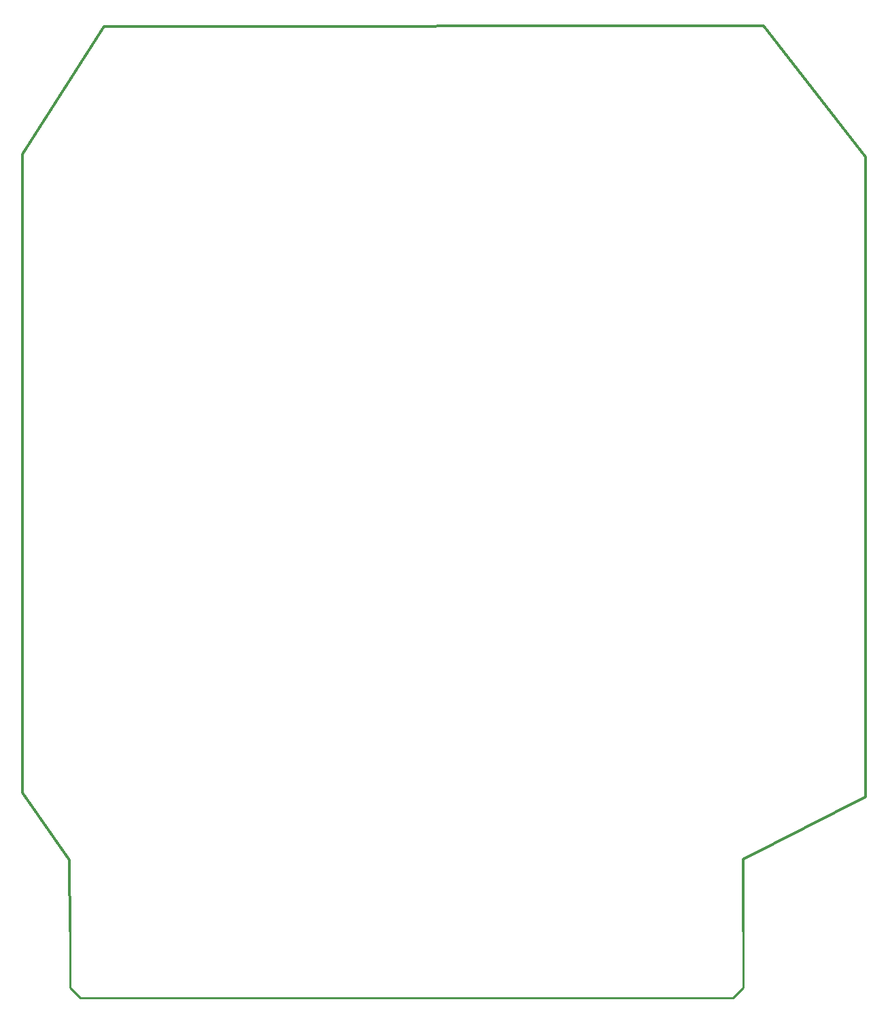
<source format=gbr>
%TF.GenerationSoftware,KiCad,Pcbnew,5.1.12-84ad8e8a86~92~ubuntu20.04.1*%
%TF.CreationDate,2022-04-30T08:14:47-04:00*%
%TF.ProjectId,PICerino_TMS9928,50494365-7269-46e6-9f5f-544d53393932,rev?*%
%TF.SameCoordinates,Original*%
%TF.FileFunction,Profile,NP*%
%FSLAX46Y46*%
G04 Gerber Fmt 4.6, Leading zero omitted, Abs format (unit mm)*
G04 Created by KiCad (PCBNEW 5.1.12-84ad8e8a86~92~ubuntu20.04.1) date 2022-04-30 08:14:47*
%MOMM*%
%LPD*%
G01*
G04 APERTURE LIST*
%TA.AperFunction,Profile*%
%ADD10C,0.304800*%
%TD*%
%TA.AperFunction,Profile*%
%ADD11C,0.254000*%
%TD*%
G04 APERTURE END LIST*
D10*
X198310500Y-33147000D02*
X211074000Y-49530000D01*
X111887000Y-137160000D02*
X112014000Y-146050000D01*
X106045000Y-128778000D02*
X111887000Y-137160000D01*
X106045000Y-49149000D02*
X106045000Y-128778000D01*
X116205000Y-33274000D02*
X106045000Y-49149000D01*
X198310500Y-33147000D02*
X116205000Y-33274000D01*
X211074000Y-129286000D02*
X211074000Y-49530000D01*
X195834000Y-137033000D02*
X211074000Y-129286000D01*
X195834000Y-146050000D02*
X195834000Y-137033000D01*
D11*
%TO.C,CON1*%
X112014000Y-146050000D02*
X112014000Y-153035000D01*
X112014000Y-153035000D02*
X113284000Y-154305000D01*
X113284000Y-154305000D02*
X194564000Y-154305000D01*
X194564000Y-154305000D02*
X195834000Y-153035000D01*
X195834000Y-153035000D02*
X195834000Y-146050000D01*
%TD*%
M02*

</source>
